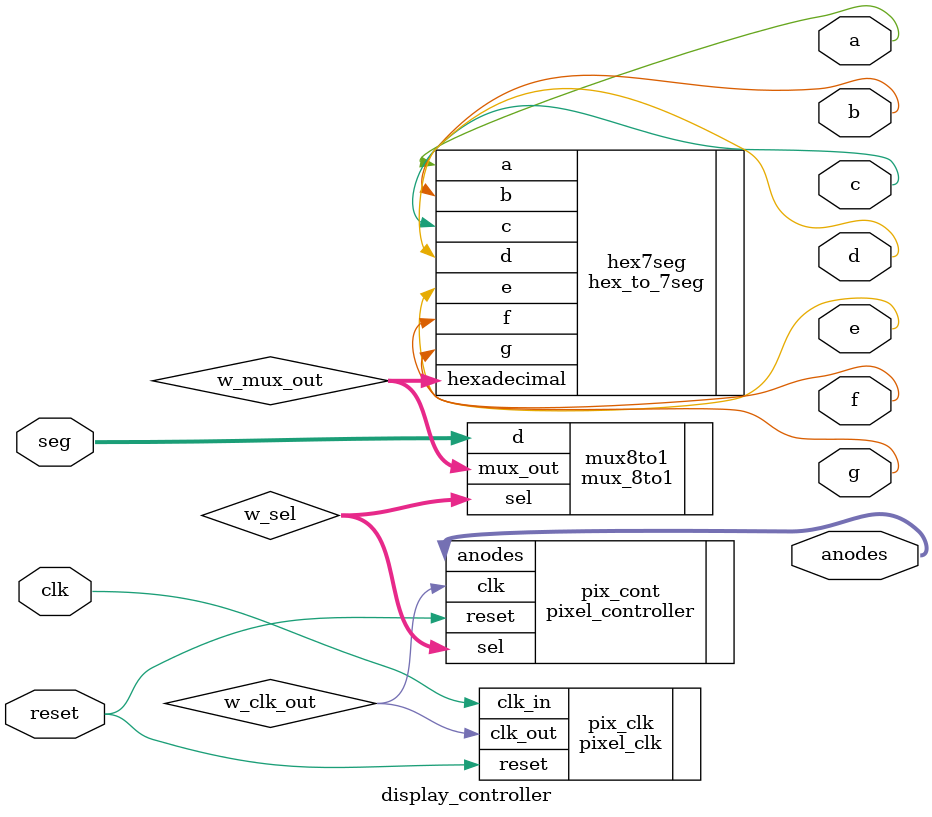
<source format=v>
`timescale 1ns / 1ps
module display_controller(clk, reset, seg, anodes, a, b, c, d, e, f, g);

     input               clk, reset;
     
     input     [31:0]    seg;   
     
     output    [7:0]     anodes;
     output              a, b, c, d, e, f, g;
     
     wire                w_clk_out;
     wire      [2:0]     w_sel;
     wire      [3:0]     w_mux_out;
     
     //***********************************
     //   Pixel Clock Instantiation
     //***********************************
     pixel_clk
               pix_clk(.clk_in(clk), .reset(reset), .clk_out(w_clk_out));
               
     //***********************************
     //   Pixel Controller Instantiation
     //*********************************** 
     pixel_controller
               pix_cont(.clk(w_clk_out), .reset(reset), .sel(w_sel), .anodes(anodes));
                    
     //***********************************
     //   8-to-1 Mux Instantiation
     //***********************************
     mux_8to1
               mux8to1(.sel(w_sel), .d(seg), .mux_out(w_mux_out));
                       
     //**********************************************
     //   Hex to 7 Segment Display Mux Instantiation
     //**********************************************
     hex_to_7seg
               hex7seg(.hexadecimal(w_mux_out), .a(a), .b(b), .c(c), .d(d), .e(e), .f(f), .g(g));
endmodule

</source>
